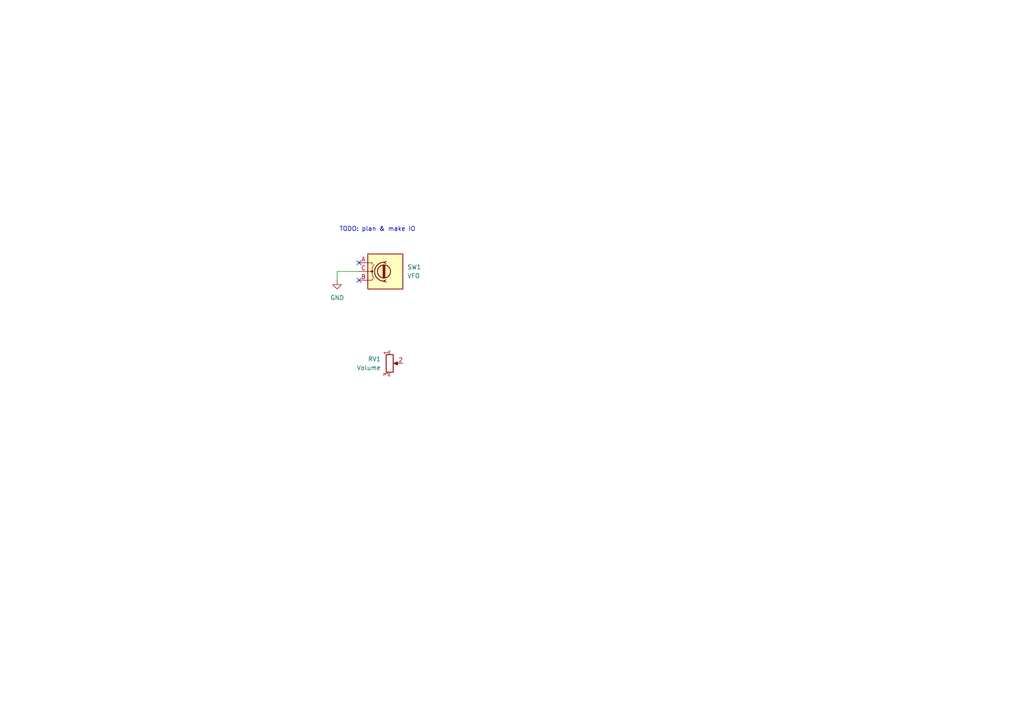
<source format=kicad_sch>
(kicad_sch (version 20231120) (generator "eeschema") (generator_version "8.0")
  (paper "A4")
  (title_block (title "IO") (rev "1"))
  (lib_symbols
    (symbol "Device:R_Potentiometer" (pin_names (offset 1.016) hide)
      (property "Reference" "RV" (at -4.445 0 90))
      (property "Value" "R_Potentiometer" (at -2.54 0 90))
      (symbol "R_Potentiometer_0_1"
        (polyline (pts (xy 2.54 0) (xy 1.524 0)))
        (polyline (pts (xy 1.143 0) (xy 2.286 0.508) (xy 2.286 -0.508) (xy 1.143 0)) (fill (type outline)))
        (rectangle (start 1.016 2.54) (end -1.016 -2.54) (stroke (width 0.254)))
      )
      (symbol "R_Potentiometer_1_1"
        (pin passive line (at 0 3.81 270) (length 1.27) (name "1") (number "1"))
        (pin passive line (at 3.81 0 180) (length 1.27) (name "2") (number "2"))
        (pin passive line (at 0 -3.81 90) (length 1.27) (name "3") (number "3"))
      )
    )
    (symbol "Device:RotaryEncoder" (pin_names (offset 0.254) hide)
      (property "Reference" "SW" (at 0 6.604 0))
      (property "Value" "RotaryEncoder" (at 0 -6.604 0))
      (symbol "RotaryEncoder_0_1"
        (rectangle (start -5.08 5.08) (end 5.08 -5.08) (stroke (width 0.254)) (fill (type background)))
        (circle (center -3.81 0) (radius 0.254) (fill (type outline)))
        (circle (center -0.381 0) (radius 1.905) (stroke (width 0.254)))
        (arc (start -0.381 2.667) (mid -3.0988 -0.0635) (end -0.381 -2.794) (stroke (width 0.254)))
        (polyline (pts (xy -0.635 -1.778) (xy -0.635 1.778)) (stroke (width 0.254)))
        (polyline (pts (xy -0.381 -1.778) (xy -0.381 1.778)) (stroke (width 0.254)))
        (polyline (pts (xy -0.127 1.778) (xy -0.127 -1.778)) (stroke (width 0.254)))
        (polyline (pts (xy -5.08 -2.54) (xy -3.81 -2.54) (xy -3.81 -2.032)))
        (polyline (pts (xy -5.08 2.54) (xy -3.81 2.54) (xy -3.81 2.032)))
        (polyline (pts (xy 0.254 -3.048) (xy -0.508 -2.794) (xy 0.127 -2.413)) (stroke (width 0.254)))
        (polyline (pts (xy 0.254 2.921) (xy -0.508 2.667) (xy 0.127 2.286)) (stroke (width 0.254)))
        (polyline (pts (xy -5.08 0) (xy -3.81 0) (xy -3.81 -1.016) (xy -3.302 -2.032)))
        (polyline (pts (xy -4.318 0) (xy -3.81 0) (xy -3.81 1.016) (xy -3.302 2.032)))
      )
      (symbol "RotaryEncoder_1_1"
        (pin passive line (at -7.62 2.54 0) (length 2.54) (name "A") (number "A"))
        (pin passive line (at -7.62 -2.54 0) (length 2.54) (name "B") (number "B"))
        (pin passive line (at -7.62 0 0) (length 2.54) (name "C") (number "C"))
      )
    )
    (symbol "power:GND" (power) (pin_numbers hide) (pin_names (offset 0) hide)
      (property "Value" "GND" (at 0 -3.81 0))
      (symbol "GND_0_1"
        (polyline (pts (xy 0 0) (xy 0 -1.27) (xy 1.27 -1.27) (xy 0 -2.54) (xy -1.27 -1.27) (xy 0 -1.27)))
      )
      (symbol "GND_1_1"
        (pin power_in line (at 0 0 270) (length 0) (name "~") (number "1"))
      )
    )
  )
  (no_connect (at 104.14 76.2))
  (no_connect (at 104.14 81.28))
  (wire (pts (xy 97.79 78.74) (xy 104.14 78.74)))
  (wire (pts (xy 97.79 81.28) (xy 97.79 78.74)))
  (text "TODO: plan & make IO" (at 109.474 66.548 0) (effects (font (size 1.27 1.27))))
  (symbol (lib_id "Device:R_Potentiometer") (at 113.03 105.41 0) (unit 1)
    (property "Reference" "RV1" (at 110.49 104.1399 0) (effects (justify right)))
    (property "Value" "Volume" (at 110.49 106.6799 0) (effects (justify right)))
    (property "Description" "Potentiometer" (effects (hide yes)))
  )
  (symbol (lib_id "Device:RotaryEncoder") (at 111.76 78.74 0) (unit 1)
    (property "Reference" "SW1" (at 118.11 77.4699 0) (effects (justify left)))
    (property "Value" "VFO" (at 118.11 80.0099 0) (effects (justify left)))
    (property "Description" "Rotary encoder, dual channel, incremental quadrate outputs" (effects (hide yes)))
  )
  (symbol (lib_id "power:GND") (at 97.79 81.28 0) (unit 1)
    (property "Reference" "#PWR041" (effects (hide yes)))
    (property "Value" "GND" (at 97.79 86.36 0))
    (property "Description" "Power symbol creates a global label with name \"GND\" , ground" (effects (hide yes)))
  )
)
</source>
